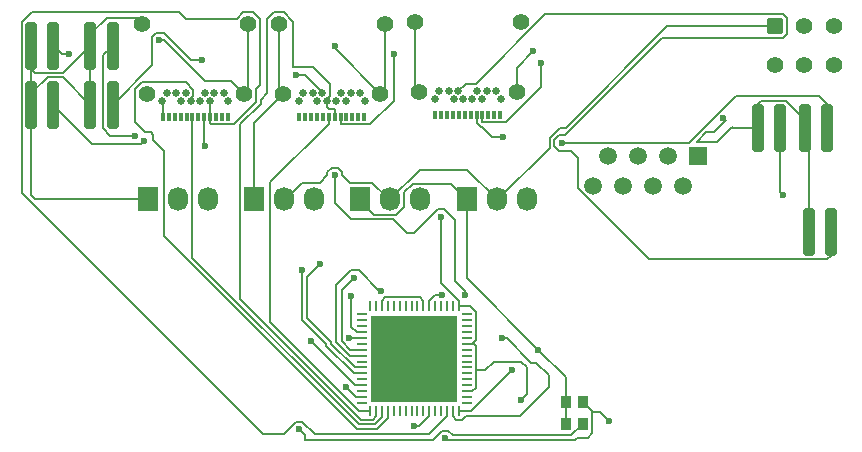
<source format=gbr>
%TF.GenerationSoftware,KiCad,Pcbnew,9.0.2*%
%TF.CreationDate,2025-06-16T16:29:30-05:00*%
%TF.ProjectId,main,6d61696e-2e6b-4696-9361-645f70636258,rev?*%
%TF.SameCoordinates,Original*%
%TF.FileFunction,Copper,L1,Top*%
%TF.FilePolarity,Positive*%
%FSLAX46Y46*%
G04 Gerber Fmt 4.6, Leading zero omitted, Abs format (unit mm)*
G04 Created by KiCad (PCBNEW 9.0.2) date 2025-06-16 16:29:30*
%MOMM*%
%LPD*%
G01*
G04 APERTURE LIST*
G04 Aperture macros list*
%AMRoundRect*
0 Rectangle with rounded corners*
0 $1 Rounding radius*
0 $2 $3 $4 $5 $6 $7 $8 $9 X,Y pos of 4 corners*
0 Add a 4 corners polygon primitive as box body*
4,1,4,$2,$3,$4,$5,$6,$7,$8,$9,$2,$3,0*
0 Add four circle primitives for the rounded corners*
1,1,$1+$1,$2,$3*
1,1,$1+$1,$4,$5*
1,1,$1+$1,$6,$7*
1,1,$1+$1,$8,$9*
0 Add four rect primitives between the rounded corners*
20,1,$1+$1,$2,$3,$4,$5,0*
20,1,$1+$1,$4,$5,$6,$7,0*
20,1,$1+$1,$6,$7,$8,$9,0*
20,1,$1+$1,$8,$9,$2,$3,0*%
G04 Aperture macros list end*
%TA.AperFunction,SMDPad,CuDef*%
%ADD10RoundRect,0.250000X-0.262500X-1.775000X0.262500X-1.775000X0.262500X1.775000X-0.262500X1.775000X0*%
%TD*%
%TA.AperFunction,SMDPad,CuDef*%
%ADD11R,0.300000X0.700000*%
%TD*%
%TA.AperFunction,HeatsinkPad*%
%ADD12C,0.650000*%
%TD*%
%TA.AperFunction,HeatsinkPad*%
%ADD13C,1.400000*%
%TD*%
%TA.AperFunction,ComponentPad*%
%ADD14R,1.730000X2.030000*%
%TD*%
%TA.AperFunction,ComponentPad*%
%ADD15O,1.730000X2.030000*%
%TD*%
%TA.AperFunction,SMDPad,CuDef*%
%ADD16R,0.950000X1.050000*%
%TD*%
%TA.AperFunction,ComponentPad*%
%ADD17R,1.500000X1.500000*%
%TD*%
%TA.AperFunction,ComponentPad*%
%ADD18C,1.500000*%
%TD*%
%TA.AperFunction,SMDPad,CuDef*%
%ADD19RoundRect,0.062500X0.062500X-0.375000X0.062500X0.375000X-0.062500X0.375000X-0.062500X-0.375000X0*%
%TD*%
%TA.AperFunction,SMDPad,CuDef*%
%ADD20RoundRect,0.062500X0.375000X-0.062500X0.375000X0.062500X-0.375000X0.062500X-0.375000X-0.062500X0*%
%TD*%
%TA.AperFunction,HeatsinkPad*%
%ADD21R,7.300000X7.300000*%
%TD*%
%TA.AperFunction,ComponentPad*%
%ADD22RoundRect,0.250000X-0.450000X-0.450000X0.450000X-0.450000X0.450000X0.450000X-0.450000X0.450000X0*%
%TD*%
%TA.AperFunction,ComponentPad*%
%ADD23C,1.400000*%
%TD*%
%TA.AperFunction,ViaPad*%
%ADD24C,0.600000*%
%TD*%
%TA.AperFunction,Conductor*%
%ADD25C,0.200000*%
%TD*%
G04 APERTURE END LIST*
D10*
%TO.P,R6,1*%
%TO.N,gnd*%
X176875000Y-71750000D03*
%TO.P,R6,2*%
%TO.N,Net-(J1-CC2)*%
X178750000Y-71750000D03*
%TD*%
D11*
%TO.P,J1,A1,GND*%
%TO.N,gnd*%
X150760000Y-61860000D03*
%TO.P,J1,A2,TX1+*%
%TO.N,unconnected-(J1-TX1+-PadA2)*%
X150260000Y-61860000D03*
%TO.P,J1,A3,TX1-*%
%TO.N,unconnected-(J1-TX1--PadA3)*%
X149760000Y-61860000D03*
%TO.P,J1,A4,VBUS*%
%TO.N,VBUSUP*%
X149260000Y-61860000D03*
%TO.P,J1,A5,CC1*%
%TO.N,Net-(J1-CC1)*%
X148760000Y-61860000D03*
%TO.P,J1,A6,D+*%
%TO.N,D+UP*%
X148260000Y-61860000D03*
%TO.P,J1,A7,D-*%
%TO.N,D-UP*%
X147760000Y-61860000D03*
%TO.P,J1,A8,SBU1*%
%TO.N,unconnected-(J1-SBU1-PadA8)*%
X147260000Y-61860000D03*
%TO.P,J1,A9,VBUS*%
%TO.N,VBUSUP*%
X146760000Y-61860000D03*
%TO.P,J1,A10,RX2-*%
%TO.N,unconnected-(J1-RX2--PadA10)*%
X146260000Y-61860000D03*
%TO.P,J1,A11,RX2+*%
%TO.N,unconnected-(J1-RX2+-PadA11)*%
X145760000Y-61860000D03*
%TO.P,J1,A12,GND*%
%TO.N,gnd*%
X145260000Y-61860000D03*
D12*
%TO.P,J1,B1,GND*%
X145210000Y-60550000D03*
%TO.P,J1,B2,TX2+*%
%TO.N,unconnected-(J1-TX2+-PadB2)*%
X145610000Y-59850000D03*
%TO.P,J1,B3,TX2-*%
%TO.N,unconnected-(J1-TX2--PadB3)*%
X146410000Y-59850000D03*
%TO.P,J1,B4,VBUS*%
%TO.N,VBUSUP*%
X146810000Y-60550000D03*
%TO.P,J1,B5,CC2*%
%TO.N,Net-(J1-CC2)*%
X147210000Y-59850000D03*
%TO.P,J1,B6,D+*%
%TO.N,D+UP*%
X147610000Y-60550000D03*
%TO.P,J1,B7,D-*%
%TO.N,D-UP*%
X148410000Y-60550000D03*
%TO.P,J1,B8,SBU2*%
%TO.N,unconnected-(J1-SBU2-PadB8)*%
X148810000Y-59850000D03*
%TO.P,J1,B9,VBUS*%
%TO.N,VBUSUP*%
X149210000Y-60550000D03*
%TO.P,J1,B10,RX1-*%
%TO.N,unconnected-(J1-RX1--PadB10)*%
X149610000Y-59850000D03*
%TO.P,J1,B11,RX1+*%
%TO.N,unconnected-(J1-RX1+-PadB11)*%
X150410000Y-59850000D03*
%TO.P,J1,B12,GND*%
%TO.N,gnd*%
X150810000Y-60550000D03*
D13*
%TO.P,J1,S1,SHIELD*%
X152500000Y-54000000D03*
X152140000Y-59950000D03*
X143880000Y-59950000D03*
X143520000Y-54000000D03*
%TD*%
D10*
%TO.P,R2,1*%
%TO.N,gnd*%
X111062500Y-56000000D03*
%TO.P,R2,2*%
%TO.N,Net-(J4-CC2)*%
X112937500Y-56000000D03*
%TD*%
D14*
%TO.P,M4,1,-*%
%TO.N,gnd*%
X120920000Y-69000000D03*
D15*
%TO.P,M4,2,+*%
%TO.N,Net-(M1-+)*%
X123460000Y-69000000D03*
%TO.P,M4,3,Tacho*%
%TO.N,unconnected-(M4-Tacho-Pad3)*%
X126000000Y-69000000D03*
%TD*%
D14*
%TO.P,M1,1,-*%
%TO.N,gnd*%
X147920000Y-69000000D03*
D15*
%TO.P,M1,2,+*%
%TO.N,Net-(M1-+)*%
X150460000Y-69000000D03*
%TO.P,M1,3,Tacho*%
%TO.N,unconnected-(M1-Tacho-Pad3)*%
X153000000Y-69000000D03*
%TD*%
D16*
%TO.P,Y2,1,INH*%
%TO.N,gnd*%
X156300000Y-86150000D03*
%TO.P,Y2,2,GND*%
X156300000Y-88000000D03*
%TO.P,Y2,3,CLK*%
%TO.N,Net-(U2A-XI)*%
X157750000Y-88000000D03*
%TO.P,Y2,4,VCC*%
%TO.N,VBUSUP*%
X157750000Y-86150000D03*
%TD*%
D10*
%TO.P,R7,1*%
%TO.N,gnd*%
X176562500Y-63000000D03*
%TO.P,R7,2*%
%TO.N,Net-(J1-CC1)*%
X178437500Y-63000000D03*
%TD*%
D17*
%TO.P,J2,1*%
%TO.N,Net-(U2B-TXP)*%
X167532500Y-65350000D03*
D18*
%TO.P,J2,2*%
%TO.N,Net-(U2B-TXN)*%
X166262500Y-67890000D03*
%TO.P,J2,3*%
%TO.N,Net-(U2B-RXP)*%
X164992500Y-65350000D03*
%TO.P,J2,4*%
%TO.N,unconnected-(J2-Pad4)*%
X163722500Y-67890000D03*
%TO.P,J2,5*%
%TO.N,unconnected-(J2-Pad5)*%
X162452500Y-65350000D03*
%TO.P,J2,6*%
%TO.N,Net-(U2B-RXN)*%
X161182500Y-67890000D03*
%TO.P,J2,7*%
%TO.N,unconnected-(J2-Pad7)*%
X159912500Y-65350000D03*
%TO.P,J2,8*%
%TO.N,unconnected-(J2-Pad8)*%
X158642500Y-67890000D03*
%TD*%
D19*
%TO.P,U2,1,USBDM2*%
%TO.N,D-DOWN1*%
X139750000Y-86937500D03*
%TO.P,U2,2,USBDP2*%
%TO.N,D+DOWN1*%
X140250000Y-86937500D03*
%TO.P,U2,3,USBDM3*%
%TO.N,D-DOWN2*%
X140750000Y-86937500D03*
%TO.P,U2,4,USBDP3*%
%TO.N,D+DOWN2*%
X141250000Y-86937500D03*
%TO.P,U2,5,VDD33A*%
%TO.N,Net-(U2A-VDD33A-Pad10)*%
X141750000Y-86937500D03*
%TO.P,U2,6,NC*%
%TO.N,unconnected-(U2B-NC-Pad6)*%
X142250000Y-86937500D03*
%TO.P,U2,7,NC*%
%TO.N,unconnected-(U2B-NC-Pad7)*%
X142750000Y-86937500D03*
%TO.P,U2,8,NC*%
%TO.N,unconnected-(U2B-NC-Pad8)*%
X143250000Y-86937500D03*
%TO.P,U2,9,NC*%
%TO.N,unconnected-(U2B-NC-Pad9)*%
X143750000Y-86937500D03*
%TO.P,U2,10,VDD33A*%
%TO.N,Net-(U2A-VDD33A-Pad10)*%
X144250000Y-86937500D03*
%TO.P,U2,11,VBUS_DET*%
%TO.N,VBUSUP*%
X144750000Y-86937500D03*
%TO.P,U2,12,~{RESET}*%
%TO.N,unconnected-(U2A-~{RESET}-Pad12)*%
X145250000Y-86937500D03*
%TO.P,U2,13,TEST1*%
%TO.N,unconnected-(U2A-TEST1-Pad13)*%
X145750000Y-86937500D03*
%TO.P,U2,14,PRTCTL2*%
%TO.N,Net-(U2B-PRTCTL2)*%
X146250000Y-86937500D03*
%TO.P,U2,15,VDD18CORE*%
%TO.N,Net-(U2A-VDD18CORE-Pad15)*%
X146750000Y-86937500D03*
%TO.P,U2,16,PRTCTL3*%
%TO.N,Net-(U2B-PRTCTL3)*%
X147250000Y-86937500D03*
D20*
%TO.P,U2,17,NC*%
%TO.N,unconnected-(U2B-NC-Pad17)*%
X147937500Y-86250000D03*
%TO.P,U2,18,NC*%
%TO.N,unconnected-(U2B-NC-Pad18)*%
X147937500Y-85750000D03*
%TO.P,U2,19,VDD33IO*%
%TO.N,VBUSUP*%
X147937500Y-85250000D03*
%TO.P,U2,20,~{FDX_LED}/GPIO0*%
%TO.N,unconnected-(U2A-~{FDX_LED}{slash}GPIO0-Pad20)*%
X147937500Y-84750000D03*
%TO.P,U2,21,~{LNKA_LED}/GPIO1*%
%TO.N,unconnected-(U2A-~{LNKA_LED}{slash}GPIO1-Pad21)*%
X147937500Y-84250000D03*
%TO.P,U2,22,~{SPD_LED}/GPIO2*%
%TO.N,unconnected-(U2A-~{SPD_LED}{slash}GPIO2-Pad22)*%
X147937500Y-83750000D03*
%TO.P,U2,23,EECLK*%
%TO.N,unconnected-(U2A-EECLK-Pad23)*%
X147937500Y-83250000D03*
%TO.P,U2,24,EECS*%
%TO.N,unconnected-(U2A-EECS-Pad24)*%
X147937500Y-82750000D03*
%TO.P,U2,25,EEDO*%
%TO.N,unconnected-(U2A-EEDO-Pad25)*%
X147937500Y-82250000D03*
%TO.P,U2,26,EEDI*%
%TO.N,unconnected-(U2A-EEDI-Pad26)*%
X147937500Y-81750000D03*
%TO.P,U2,27,VDD33IO*%
%TO.N,VBUSUP*%
X147937500Y-81250000D03*
%TO.P,U2,28,~{TRST}*%
%TO.N,unconnected-(U2A-~{TRST}-Pad28)*%
X147937500Y-80750000D03*
%TO.P,U2,29,TMS*%
%TO.N,unconnected-(U2A-TMS-Pad29)*%
X147937500Y-80250000D03*
%TO.P,U2,30,TDI*%
%TO.N,unconnected-(U2A-TDI-Pad30)*%
X147937500Y-79750000D03*
%TO.P,U2,31,TDO*%
%TO.N,unconnected-(U2A-TDO-Pad31)*%
X147937500Y-79250000D03*
%TO.P,U2,32,TCK*%
%TO.N,unconnected-(U2A-TCK-Pad32)*%
X147937500Y-78750000D03*
D19*
%TO.P,U2,33,VDD33IO*%
%TO.N,VBUSUP*%
X147250000Y-78062500D03*
%TO.P,U2,34,TEST2*%
%TO.N,unconnected-(U2A-TEST2-Pad34)*%
X146750000Y-78062500D03*
%TO.P,U2,35,GPIO3*%
%TO.N,unconnected-(U2A-GPIO3-Pad35)*%
X146250000Y-78062500D03*
%TO.P,U2,36,GPIO4*%
%TO.N,unconnected-(U2A-GPIO4-Pad36)*%
X145750000Y-78062500D03*
%TO.P,U2,37,GPIO5*%
%TO.N,unconnected-(U2A-GPIO5-Pad37)*%
X145250000Y-78062500D03*
%TO.P,U2,38,VDD18CORE*%
%TO.N,Net-(U2A-VDD18CORE-Pad15)*%
X144750000Y-78062500D03*
%TO.P,U2,39,VDD33IO*%
%TO.N,VBUSUP*%
X144250000Y-78062500D03*
%TO.P,U2,40,TEST3*%
%TO.N,unconnected-(U2A-TEST3-Pad40)*%
X143750000Y-78062500D03*
%TO.P,U2,41,AUTOMDIX_EN*%
%TO.N,unconnected-(U2B-AUTOMDIX_EN-Pad41)*%
X143250000Y-78062500D03*
%TO.P,U2,42,GPIO6*%
%TO.N,unconnected-(U2A-GPIO6-Pad42)*%
X142750000Y-78062500D03*
%TO.P,U2,43,GPIO7*%
%TO.N,unconnected-(U2A-GPIO7-Pad43)*%
X142250000Y-78062500D03*
%TO.P,U2,44,CLK24_EN*%
%TO.N,unconnected-(U2A-CLK24_EN-Pad44)*%
X141750000Y-78062500D03*
%TO.P,U2,45,CLK24_OUT*%
%TO.N,unconnected-(U2A-CLK24_OUT-Pad45)*%
X141250000Y-78062500D03*
%TO.P,U2,46,VDD33IO*%
%TO.N,VBUSUP*%
X140750000Y-78062500D03*
%TO.P,U2,47,TEST4*%
%TO.N,unconnected-(U2A-TEST4-Pad47)*%
X140250000Y-78062500D03*
%TO.P,U2,48,VDD18ETHPLL*%
%TO.N,unconnected-(U2A-VDD18ETHPLL-Pad48)*%
X139750000Y-78062500D03*
D20*
%TO.P,U2,49,VDD33A*%
%TO.N,Net-(U2A-VDD33A-Pad10)*%
X139062500Y-78750000D03*
%TO.P,U2,50,EXRES*%
%TO.N,unconnected-(U2B-EXRES-Pad50)*%
X139062500Y-79250000D03*
%TO.P,U2,51,VDD33A*%
%TO.N,Net-(U2A-VDD33A-Pad10)*%
X139062500Y-79750000D03*
%TO.P,U2,52,RXP*%
%TO.N,Net-(U2B-RXP)*%
X139062500Y-80250000D03*
%TO.P,U2,53,RXN*%
%TO.N,Net-(U2B-RXN)*%
X139062500Y-80750000D03*
%TO.P,U2,54,VDD33A*%
%TO.N,Net-(U2A-VDD33A-Pad10)*%
X139062500Y-81250000D03*
%TO.P,U2,55,TXP*%
%TO.N,Net-(U2B-TXP)*%
X139062500Y-81750000D03*
%TO.P,U2,56,TXN*%
%TO.N,Net-(U2B-TXN)*%
X139062500Y-82250000D03*
%TO.P,U2,57,VDD33A*%
%TO.N,Net-(U2A-VDD33A-Pad10)*%
X139062500Y-82750000D03*
%TO.P,U2,58,USBDM0*%
%TO.N,D-UP*%
X139062500Y-83250000D03*
%TO.P,U2,59,USBDP0*%
%TO.N,D+UP*%
X139062500Y-83750000D03*
%TO.P,U2,60,XO*%
%TO.N,unconnected-(U2A-XO-Pad60)*%
X139062500Y-84250000D03*
%TO.P,U2,61,XI*%
%TO.N,Net-(U2A-XI)*%
X139062500Y-84750000D03*
%TO.P,U2,62,VDD18USBPLL*%
%TO.N,unconnected-(U2A-VDD18USBPLL-Pad62)*%
X139062500Y-85250000D03*
%TO.P,U2,63,USBRBIAS*%
%TO.N,Net-(U2B-USBRBIAS)*%
X139062500Y-85750000D03*
%TO.P,U2,64,VDD33A*%
%TO.N,Net-(U2A-VDD33A-Pad10)*%
X139062500Y-86250000D03*
D21*
%TO.P,U2,65,GND*%
%TO.N,gnd*%
X143500000Y-82500000D03*
%TD*%
D10*
%TO.P,R4,1*%
%TO.N,gnd*%
X116062500Y-56000000D03*
%TO.P,R4,2*%
%TO.N,Net-(J3-CC1)*%
X117937500Y-56000000D03*
%TD*%
D22*
%TO.P,SW1,1,A*%
%TO.N,Net-(M1-+)*%
X174000000Y-54357500D03*
D23*
%TO.P,SW1,2,B*%
%TO.N,VBUSUP*%
X176500000Y-54357500D03*
%TO.P,SW1,3,C*%
X179000000Y-54357500D03*
%TO.P,SW1,4*%
%TO.N,N/C*%
X179000000Y-57657500D03*
%TO.P,SW1,5*%
X176500000Y-57657500D03*
%TO.P,SW1,6*%
X174000000Y-57657500D03*
%TD*%
D11*
%TO.P,J3,A1,GND*%
%TO.N,gnd*%
X127700000Y-62010000D03*
%TO.P,J3,A2,TX1+*%
%TO.N,unconnected-(J3-TX1+-PadA2)*%
X127200000Y-62010000D03*
%TO.P,J3,A3,TX1-*%
%TO.N,unconnected-(J3-TX1--PadA3)*%
X126700000Y-62010000D03*
%TO.P,J3,A4,VBUS*%
%TO.N,Net-(U2B-PRTCTL2)*%
X126200000Y-62010000D03*
%TO.P,J3,A5,CC1*%
%TO.N,Net-(J3-CC1)*%
X125700000Y-62010000D03*
%TO.P,J3,A6,D+*%
%TO.N,D+DOWN2*%
X125200000Y-62010000D03*
%TO.P,J3,A7,D-*%
%TO.N,D-DOWN2*%
X124700000Y-62010000D03*
%TO.P,J3,A8,SBU1*%
%TO.N,unconnected-(J3-SBU1-PadA8)*%
X124200000Y-62010000D03*
%TO.P,J3,A9,VBUS*%
%TO.N,Net-(U2B-PRTCTL2)*%
X123700000Y-62010000D03*
%TO.P,J3,A10,RX2-*%
%TO.N,unconnected-(J3-RX2--PadA10)*%
X123200000Y-62010000D03*
%TO.P,J3,A11,RX2+*%
%TO.N,unconnected-(J3-RX2+-PadA11)*%
X122700000Y-62010000D03*
%TO.P,J3,A12,GND*%
%TO.N,gnd*%
X122200000Y-62010000D03*
D12*
%TO.P,J3,B1,GND*%
X122150000Y-60700000D03*
%TO.P,J3,B2,TX2+*%
%TO.N,unconnected-(J3-TX2+-PadB2)*%
X122550000Y-60000000D03*
%TO.P,J3,B3,TX2-*%
%TO.N,unconnected-(J3-TX2--PadB3)*%
X123350000Y-60000000D03*
%TO.P,J3,B4,VBUS*%
%TO.N,Net-(U2B-PRTCTL2)*%
X123750000Y-60700000D03*
%TO.P,J3,B5,CC2*%
%TO.N,Net-(J3-CC2)*%
X124150000Y-60000000D03*
%TO.P,J3,B6,D+*%
%TO.N,D+DOWN2*%
X124550000Y-60700000D03*
%TO.P,J3,B7,D-*%
%TO.N,D-DOWN2*%
X125350000Y-60700000D03*
%TO.P,J3,B8,SBU2*%
%TO.N,unconnected-(J3-SBU2-PadB8)*%
X125750000Y-60000000D03*
%TO.P,J3,B9,VBUS*%
%TO.N,Net-(U2B-PRTCTL2)*%
X126150000Y-60700000D03*
%TO.P,J3,B10,RX1-*%
%TO.N,unconnected-(J3-RX1--PadB10)*%
X126550000Y-60000000D03*
%TO.P,J3,B11,RX1+*%
%TO.N,unconnected-(J3-RX1+-PadB11)*%
X127350000Y-60000000D03*
%TO.P,J3,B12,GND*%
%TO.N,gnd*%
X127750000Y-60700000D03*
D13*
%TO.P,J3,S1,SHIELD*%
X129440000Y-54150000D03*
X129080000Y-60100000D03*
X120820000Y-60100000D03*
X120460000Y-54150000D03*
%TD*%
D10*
%TO.P,R1,1*%
%TO.N,gnd*%
X111062500Y-61000000D03*
%TO.P,R1,2*%
%TO.N,Net-(J3-CC2)*%
X112937500Y-61000000D03*
%TD*%
D11*
%TO.P,J4,A1,GND*%
%TO.N,gnd*%
X139240000Y-62020000D03*
%TO.P,J4,A2,TX1+*%
%TO.N,unconnected-(J4-TX1+-PadA2)*%
X138740000Y-62020000D03*
%TO.P,J4,A3,TX1-*%
%TO.N,unconnected-(J4-TX1--PadA3)*%
X138240000Y-62020000D03*
%TO.P,J4,A4,VBUS*%
%TO.N,Net-(U2B-PRTCTL3)*%
X137740000Y-62020000D03*
%TO.P,J4,A5,CC1*%
%TO.N,Net-(J4-CC1)*%
X137240000Y-62020000D03*
%TO.P,J4,A6,D+*%
%TO.N,D+DOWN1*%
X136740000Y-62020000D03*
%TO.P,J4,A7,D-*%
%TO.N,D-DOWN1*%
X136240000Y-62020000D03*
%TO.P,J4,A8,SBU1*%
%TO.N,unconnected-(J4-SBU1-PadA8)*%
X135740000Y-62020000D03*
%TO.P,J4,A9,VBUS*%
%TO.N,Net-(U2B-PRTCTL3)*%
X135240000Y-62020000D03*
%TO.P,J4,A10,RX2-*%
%TO.N,unconnected-(J4-RX2--PadA10)*%
X134740000Y-62020000D03*
%TO.P,J4,A11,RX2+*%
%TO.N,unconnected-(J4-RX2+-PadA11)*%
X134240000Y-62020000D03*
%TO.P,J4,A12,GND*%
%TO.N,gnd*%
X133740000Y-62020000D03*
D12*
%TO.P,J4,B1,GND*%
X133690000Y-60710000D03*
%TO.P,J4,B2,TX2+*%
%TO.N,unconnected-(J4-TX2+-PadB2)*%
X134090000Y-60010000D03*
%TO.P,J4,B3,TX2-*%
%TO.N,unconnected-(J4-TX2--PadB3)*%
X134890000Y-60010000D03*
%TO.P,J4,B4,VBUS*%
%TO.N,Net-(U2B-PRTCTL3)*%
X135290000Y-60710000D03*
%TO.P,J4,B5,CC2*%
%TO.N,Net-(J4-CC2)*%
X135690000Y-60010000D03*
%TO.P,J4,B6,D+*%
%TO.N,D+DOWN1*%
X136090000Y-60710000D03*
%TO.P,J4,B7,D-*%
%TO.N,D-DOWN1*%
X136890000Y-60710000D03*
%TO.P,J4,B8,SBU2*%
%TO.N,unconnected-(J4-SBU2-PadB8)*%
X137290000Y-60010000D03*
%TO.P,J4,B9,VBUS*%
%TO.N,Net-(U2B-PRTCTL3)*%
X137690000Y-60710000D03*
%TO.P,J4,B10,RX1-*%
%TO.N,unconnected-(J4-RX1--PadB10)*%
X138090000Y-60010000D03*
%TO.P,J4,B11,RX1+*%
%TO.N,unconnected-(J4-RX1+-PadB11)*%
X138890000Y-60010000D03*
%TO.P,J4,B12,GND*%
%TO.N,gnd*%
X139290000Y-60710000D03*
D13*
%TO.P,J4,S1,SHIELD*%
X140980000Y-54160000D03*
X140620000Y-60110000D03*
X132360000Y-60110000D03*
X132000000Y-54160000D03*
%TD*%
D10*
%TO.P,R5,1*%
%TO.N,gnd*%
X172562500Y-63000000D03*
%TO.P,R5,2*%
%TO.N,Net-(U2B-USBRBIAS)*%
X174437500Y-63000000D03*
%TD*%
D14*
%TO.P,M2,1,-*%
%TO.N,gnd*%
X138920000Y-69000000D03*
D15*
%TO.P,M2,2,+*%
%TO.N,Net-(M1-+)*%
X141460000Y-69000000D03*
%TO.P,M2,3,Tacho*%
%TO.N,unconnected-(M2-Tacho-Pad3)*%
X144000000Y-69000000D03*
%TD*%
D10*
%TO.P,R3,1*%
%TO.N,gnd*%
X116062500Y-61000000D03*
%TO.P,R3,2*%
%TO.N,Net-(J4-CC1)*%
X117937500Y-61000000D03*
%TD*%
D14*
%TO.P,M3,1,-*%
%TO.N,gnd*%
X129920000Y-69000000D03*
D15*
%TO.P,M3,2,+*%
%TO.N,Net-(M1-+)*%
X132460000Y-69000000D03*
%TO.P,M3,3,Tacho*%
%TO.N,unconnected-(M3-Tacho-Pad3)*%
X135000000Y-69000000D03*
%TD*%
D24*
%TO.N,VBUSUP*%
X160000000Y-87750000D03*
X152500000Y-86000000D03*
%TO.N,Net-(U2A-XI)*%
X134750000Y-81000000D03*
X133750000Y-88500000D03*
%TO.N,Net-(J1-CC1)*%
X156000000Y-64250000D03*
X151000000Y-63750000D03*
%TO.N,gnd*%
X136750000Y-56000000D03*
X121899736Y-55549654D03*
X153500000Y-56500000D03*
X154000000Y-81750000D03*
X143500000Y-82500000D03*
X169659800Y-62159800D03*
%TO.N,D+UP*%
X134000000Y-75000000D03*
%TO.N,D-UP*%
X135500000Y-74500000D03*
%TO.N,VBUSUP*%
X145750000Y-70500000D03*
X143500000Y-88250000D03*
X146082171Y-89200000D03*
X154250000Y-57500000D03*
%TO.N,Net-(U2B-TXP)*%
X138395966Y-75684794D03*
%TO.N,Net-(U2B-RXN)*%
X138000000Y-80750000D03*
%TO.N,Net-(U2B-RXP)*%
X138146091Y-77186664D03*
%TO.N,Net-(U2B-TXN)*%
X140696038Y-76769501D03*
%TO.N,Net-(J3-CC2)*%
X120588028Y-64046971D03*
%TO.N,Net-(J3-CC1)*%
X119838105Y-63646821D03*
X125750000Y-64500000D03*
%TO.N,Net-(U2B-PRTCTL3)*%
X147750000Y-77150000D03*
X151750000Y-83500000D03*
X136750000Y-67000000D03*
%TO.N,Net-(J4-CC1)*%
X125500000Y-57250000D03*
X141750000Y-56750000D03*
%TO.N,Net-(J4-CC2)*%
X133500000Y-58500000D03*
X114250000Y-56750000D03*
%TO.N,Net-(U2B-USBRBIAS)*%
X137721833Y-84891073D03*
X174670960Y-68670960D03*
%TO.N,Net-(U2A-VDD18CORE-Pad15)*%
X150939625Y-80798698D03*
X145838418Y-77116859D03*
%TD*%
D25*
%TO.N,VBUSUP*%
X148203298Y-78062500D02*
X147250000Y-78062500D01*
X148676000Y-78535202D02*
X148203298Y-78062500D01*
X148676000Y-80964798D02*
X148676000Y-78535202D01*
X148390798Y-81250000D02*
X148676000Y-80964798D01*
X147937500Y-81250000D02*
X148390798Y-81250000D01*
X159250000Y-87000000D02*
X158526000Y-87000000D01*
X160000000Y-87750000D02*
X159250000Y-87000000D01*
X158526000Y-87000000D02*
X158526000Y-88826000D01*
X153000000Y-83250000D02*
X153000000Y-85500000D01*
X152500000Y-82750000D02*
X153000000Y-83250000D01*
X148676000Y-83500000D02*
X148676000Y-84964798D01*
X148676000Y-83500000D02*
X149500000Y-83500000D01*
X150250000Y-82750000D02*
X152500000Y-82750000D01*
X149500000Y-83500000D02*
X150250000Y-82750000D01*
X153000000Y-85500000D02*
X152500000Y-86000000D01*
%TO.N,Net-(U2A-XI)*%
X138500000Y-84750000D02*
X139062500Y-84750000D01*
X134750000Y-81000000D02*
X138500000Y-84750000D01*
%TO.N,Net-(U2B-USBRBIAS)*%
X139062500Y-85750000D02*
X138580760Y-85750000D01*
%TO.N,D+DOWN2*%
X124550000Y-60485298D02*
X124550000Y-60700000D01*
X124776000Y-60259298D02*
X124550000Y-60485298D01*
X120405372Y-59099000D02*
X124134298Y-59099000D01*
X119819000Y-59685372D02*
X120405372Y-59099000D01*
X119819000Y-62441000D02*
X119819000Y-59685372D01*
X120728000Y-63350000D02*
X119819000Y-62441000D01*
X121165686Y-63350000D02*
X120728000Y-63350000D01*
X121400000Y-63584314D02*
X121165686Y-63350000D01*
X121400000Y-64022000D02*
X121400000Y-63584314D01*
X124134298Y-59099000D02*
X124776000Y-59740702D01*
X122294000Y-64916000D02*
X121400000Y-64022000D01*
X122294000Y-72133268D02*
X122294000Y-64916000D01*
X141250000Y-87524998D02*
X140299000Y-88475998D01*
X141250000Y-86937500D02*
X141250000Y-87524998D01*
%TO.N,D-DOWN2*%
X124700000Y-73972168D02*
X124700000Y-62010000D01*
X138803830Y-88075998D02*
X124700000Y-73972168D01*
X140750000Y-86937500D02*
X140750000Y-87457898D01*
%TO.N,D+DOWN1*%
X136090000Y-60495298D02*
X136090000Y-60710000D01*
X136316000Y-59250314D02*
X136316000Y-60269298D01*
X134915686Y-57850000D02*
X136316000Y-59250314D01*
X133230761Y-53975133D02*
X133230761Y-57850000D01*
X131585372Y-53159000D02*
X132414628Y-53159000D01*
X130999000Y-53745372D02*
X131585372Y-53159000D01*
X130999000Y-60055372D02*
X130999000Y-53745372D01*
X130481000Y-60573372D02*
X130999000Y-60055372D01*
X128754000Y-62667694D02*
X130481000Y-60940693D01*
X128754000Y-77460482D02*
X128754000Y-62667694D01*
X139964800Y-87675998D02*
X138969516Y-87675998D01*
X140250000Y-87390798D02*
X139964800Y-87675998D01*
X140250000Y-86937500D02*
X140250000Y-87390798D01*
%TO.N,D-DOWN1*%
X136240000Y-62622000D02*
X136240000Y-62020000D01*
X131294000Y-67568000D02*
X136240000Y-62622000D01*
X131294000Y-79434796D02*
X131294000Y-67568000D01*
X138796704Y-86937500D02*
X131294000Y-79434796D01*
X139750000Y-86937500D02*
X138796704Y-86937500D01*
%TO.N,D+DOWN1*%
X130481000Y-60940693D02*
X130481000Y-60573372D01*
%TO.N,D-DOWN2*%
X140131900Y-88075998D02*
X138803830Y-88075998D01*
X140750000Y-87457898D02*
X140131900Y-88075998D01*
%TO.N,Net-(U2A-XI)*%
X134250000Y-89399000D02*
X134250000Y-89000000D01*
%TO.N,Net-(U2B-PRTCTL2)*%
X126249000Y-62661000D02*
X126150000Y-62562000D01*
X126150000Y-62562000D02*
X126150000Y-60700000D01*
X130081000Y-60775008D02*
X128195008Y-62661000D01*
X129025372Y-53149000D02*
X129854628Y-53149000D01*
X128439000Y-53735372D02*
X129025372Y-53149000D01*
X123544628Y-53149000D02*
X124131000Y-53735372D01*
X110249000Y-68441100D02*
X110249000Y-53989840D01*
X130683898Y-88875998D02*
X110249000Y-68441100D01*
X133480761Y-87850000D02*
X132454763Y-88875998D01*
X134019239Y-87850000D02*
X133480761Y-87850000D01*
X135045237Y-88875998D02*
X134019239Y-87850000D01*
X146250000Y-86937500D02*
X146250000Y-87390798D01*
%TO.N,D+DOWN1*%
X132414628Y-53159000D02*
X133230761Y-53975133D01*
%TO.N,Net-(U2A-XI)*%
X134250000Y-89000000D02*
X133750000Y-88500000D01*
%TO.N,Net-(U2B-PRTCTL2)*%
X130441000Y-59325372D02*
X130081000Y-59685372D01*
%TO.N,D+DOWN1*%
X136316000Y-60269298D02*
X136090000Y-60495298D01*
%TO.N,Net-(U2B-PRTCTL2)*%
X130081000Y-59685372D02*
X130081000Y-60775008D01*
X144764800Y-88875998D02*
X135045237Y-88875998D01*
X110249000Y-53989840D02*
X111089840Y-53149000D01*
%TO.N,Net-(U2A-XI)*%
X145033228Y-89399000D02*
X134250000Y-89399000D01*
%TO.N,D+DOWN1*%
X138969516Y-87675998D02*
X128754000Y-77460482D01*
%TO.N,Net-(U2A-XI)*%
X146331114Y-88599000D02*
X145833228Y-88599000D01*
X146731114Y-88999000D02*
X146331114Y-88599000D01*
%TO.N,Net-(U2B-PRTCTL2)*%
X130441000Y-53735372D02*
X130441000Y-59325372D01*
%TO.N,VBUSUP*%
X157267685Y-89200000D02*
X157067685Y-89400000D01*
X158152000Y-89200000D02*
X157267685Y-89200000D01*
%TO.N,D+DOWN2*%
X138636730Y-88475998D02*
X122294000Y-72133268D01*
%TO.N,Net-(U2A-XI)*%
X157750000Y-88000000D02*
X156751000Y-88999000D01*
%TO.N,VBUSUP*%
X158526000Y-88826000D02*
X158152000Y-89200000D01*
%TO.N,Net-(U2B-PRTCTL2)*%
X132454763Y-88875998D02*
X130683898Y-88875998D01*
%TO.N,VBUSUP*%
X158526000Y-86926000D02*
X158526000Y-87000000D01*
%TO.N,Net-(U2B-PRTCTL2)*%
X111089840Y-53149000D02*
X123544628Y-53149000D01*
X146250000Y-87390798D02*
X144764800Y-88875998D01*
%TO.N,VBUSUP*%
X157750000Y-86150000D02*
X158526000Y-86926000D01*
%TO.N,Net-(U2A-XI)*%
X156751000Y-88999000D02*
X146731114Y-88999000D01*
%TO.N,Net-(U2A-VDD18CORE-Pad15)*%
X151298698Y-80798698D02*
X150939625Y-80798698D01*
%TO.N,VBUSUP*%
X157067685Y-89400000D02*
X146282171Y-89400000D01*
%TO.N,Net-(U2A-VDD18CORE-Pad15)*%
X153350000Y-82850000D02*
X151298698Y-80798698D01*
%TO.N,Net-(U2B-USBRBIAS)*%
X138580760Y-85750000D02*
X137721833Y-84891073D01*
%TO.N,Net-(U2A-VDD18CORE-Pad15)*%
X153769239Y-82850000D02*
X153350000Y-82850000D01*
%TO.N,Net-(U2A-XI)*%
X145833228Y-88599000D02*
X145033228Y-89399000D01*
%TO.N,Net-(U2A-VDD18CORE-Pad15)*%
X154850000Y-84900000D02*
X154850000Y-83930761D01*
%TO.N,Net-(U2B-PRTCTL2)*%
X124131000Y-53735372D02*
X128439000Y-53735372D01*
%TO.N,Net-(U2A-VDD18CORE-Pad15)*%
X154850000Y-83930761D02*
X153769239Y-82850000D01*
%TO.N,D+DOWN2*%
X124776000Y-59740702D02*
X124776000Y-60259298D01*
%TO.N,Net-(U2B-PRTCTL2)*%
X128195008Y-62661000D02*
X126249000Y-62661000D01*
%TO.N,Net-(U2A-VDD18CORE-Pad15)*%
X152400000Y-87350000D02*
X154850000Y-84900000D01*
%TO.N,D+DOWN1*%
X133230761Y-57850000D02*
X134915686Y-57850000D01*
%TO.N,VBUSUP*%
X146282171Y-89400000D02*
X146082171Y-89200000D01*
%TO.N,Net-(U2A-VDD18CORE-Pad15)*%
X147834314Y-87350000D02*
X152400000Y-87350000D01*
X147508314Y-87676000D02*
X147834314Y-87350000D01*
X147035202Y-87676000D02*
X147508314Y-87676000D01*
%TO.N,D+DOWN2*%
X140299000Y-88475998D02*
X138636730Y-88475998D01*
%TO.N,Net-(U2A-VDD18CORE-Pad15)*%
X146750000Y-87390798D02*
X147035202Y-87676000D01*
%TO.N,Net-(U2B-PRTCTL2)*%
X129854628Y-53149000D02*
X130441000Y-53735372D01*
%TO.N,Net-(U2A-VDD18CORE-Pad15)*%
X146750000Y-86937500D02*
X146750000Y-87390798D01*
%TO.N,Net-(J1-CC1)*%
X166719657Y-64250000D02*
X156000000Y-64250000D01*
X150048000Y-63750000D02*
X149209000Y-62911000D01*
X149143314Y-62911000D02*
X148760000Y-62527686D01*
X149209000Y-62911000D02*
X149143314Y-62911000D01*
X178437500Y-63000000D02*
X178437500Y-60975000D01*
X151000000Y-63750000D02*
X150048000Y-63750000D01*
X177735500Y-60273000D02*
X170696657Y-60273000D01*
X170696657Y-60273000D02*
X166719657Y-64250000D01*
X148760000Y-62527686D02*
X148760000Y-61860000D01*
X178437500Y-60975000D02*
X177735500Y-60273000D01*
%TO.N,gnd*%
X129440000Y-54150000D02*
X129440000Y-59740000D01*
X168185343Y-63350000D02*
X168823154Y-63350000D01*
X176562500Y-63000000D02*
X176562500Y-62301340D01*
X132000000Y-54160000D02*
X132000000Y-59750000D01*
X174935160Y-60674000D02*
X172863500Y-60674000D01*
X116062500Y-55051340D02*
X116062500Y-56000000D01*
X168823154Y-63350000D02*
X169836577Y-62336577D01*
X140980000Y-59750000D02*
X140620000Y-60110000D01*
X129080000Y-60100000D02*
X127980000Y-59000000D01*
X129440000Y-59740000D02*
X129080000Y-60100000D01*
X119984000Y-53674000D02*
X117439840Y-53674000D01*
X111363500Y-58326000D02*
X111062500Y-58025000D01*
X127980000Y-59000000D02*
X125750000Y-59000000D01*
X147920000Y-69000000D02*
X147920000Y-75670000D01*
X169154525Y-64150000D02*
X167385343Y-64150000D01*
X111062500Y-61000000D02*
X111062500Y-56000000D01*
X147920000Y-69000000D02*
X146604000Y-67684000D01*
X142626000Y-68399686D02*
X142626000Y-69632973D01*
X132360000Y-60110000D02*
X129920000Y-62550000D01*
X138920000Y-69150000D02*
X138920000Y-69000000D01*
X172863500Y-60674000D02*
X172562500Y-60975000D01*
X120460000Y-54150000D02*
X119984000Y-53674000D01*
X142626000Y-69632973D02*
X141942973Y-70316000D01*
X122299654Y-55549654D02*
X121899736Y-55549654D01*
X146604000Y-67684000D02*
X143341686Y-67684000D01*
X111062500Y-68687500D02*
X111375000Y-69000000D01*
X122200000Y-60750000D02*
X122150000Y-60700000D01*
X170402263Y-62902263D02*
X169154525Y-64150000D01*
X113736500Y-58326000D02*
X111363500Y-58326000D01*
X117439840Y-53674000D02*
X116062500Y-55051340D01*
X156300000Y-88000000D02*
X156300000Y-86150000D01*
X176562500Y-62301340D02*
X174935160Y-60674000D01*
X152140000Y-59950000D02*
X152140000Y-57860000D01*
X140620000Y-60110000D02*
X136750000Y-56240000D01*
X116062500Y-61000000D02*
X116062500Y-56000000D01*
X122200000Y-62010000D02*
X122200000Y-60750000D01*
X170500000Y-63000000D02*
X170402263Y-62902263D01*
X147920000Y-75670000D02*
X154000000Y-81750000D01*
X129920000Y-62550000D02*
X129920000Y-69000000D01*
X156300000Y-84050000D02*
X154000000Y-81750000D01*
X140086000Y-70316000D02*
X138920000Y-69150000D01*
X167385343Y-64150000D02*
X168185343Y-63350000D01*
X125750000Y-59000000D02*
X122299654Y-55549654D01*
X112439840Y-58674000D02*
X113736500Y-58674000D01*
X116062500Y-56000000D02*
X113736500Y-58326000D01*
X143520000Y-59590000D02*
X143880000Y-59950000D01*
X176875000Y-63312500D02*
X176562500Y-63000000D01*
X143520000Y-54000000D02*
X143520000Y-59590000D01*
X136750000Y-56240000D02*
X136750000Y-56000000D01*
X143341686Y-67684000D02*
X142626000Y-68399686D01*
X132000000Y-59750000D02*
X132360000Y-60110000D01*
X176875000Y-71750000D02*
X176875000Y-63312500D01*
X111062500Y-58025000D02*
X111062500Y-56000000D01*
X172562500Y-60975000D02*
X172562500Y-63000000D01*
X169836577Y-62336577D02*
X169659800Y-62159800D01*
X111062500Y-60051340D02*
X112439840Y-58674000D01*
X141942973Y-70316000D02*
X140086000Y-70316000D01*
X172562500Y-63000000D02*
X170500000Y-63000000D01*
X152140000Y-57860000D02*
X153500000Y-56500000D01*
X111375000Y-69000000D02*
X120920000Y-69000000D01*
X111062500Y-61000000D02*
X111062500Y-60051340D01*
X156300000Y-86150000D02*
X156300000Y-84050000D01*
X140980000Y-54160000D02*
X140980000Y-59750000D01*
X113736500Y-58674000D02*
X116062500Y-61000000D01*
X111062500Y-61000000D02*
X111062500Y-68687500D01*
%TO.N,Net-(J1-CC2)*%
X178750000Y-73775000D02*
X178449000Y-74076000D01*
X156730761Y-64900000D02*
X155730761Y-64900000D01*
X155350000Y-64519239D02*
X155350000Y-63980761D01*
X175001000Y-53672340D02*
X174685160Y-53356500D01*
X147836000Y-59224000D02*
X147210000Y-59850000D01*
X174685160Y-53356500D02*
X154559128Y-53356500D01*
X157331786Y-65501025D02*
X156730761Y-64900000D01*
X155730761Y-64900000D02*
X155350000Y-64519239D01*
X156232786Y-63600000D02*
X164474286Y-55358500D01*
X155730761Y-63600000D02*
X156232786Y-63600000D01*
X154559128Y-53356500D02*
X148691628Y-59224000D01*
X178750000Y-71750000D02*
X178750000Y-73775000D01*
X175001000Y-55042660D02*
X175001000Y-53672340D01*
X174685160Y-55358500D02*
X175001000Y-55042660D01*
X163342161Y-74076000D02*
X157331786Y-68065625D01*
X155350000Y-63980761D02*
X155730761Y-63600000D01*
X157331786Y-68065625D02*
X157331786Y-65501025D01*
X148691628Y-59224000D02*
X147836000Y-59224000D01*
X178449000Y-74076000D02*
X163342161Y-74076000D01*
X164474286Y-55358500D02*
X174685160Y-55358500D01*
%TO.N,D+UP*%
X136050000Y-81256484D02*
X133999000Y-79205483D01*
X133999000Y-75435314D02*
X134000000Y-75434315D01*
X139062500Y-83750000D02*
X138383704Y-83750000D01*
X133999000Y-79205483D02*
X133999000Y-75435314D01*
X138383704Y-83750000D02*
X136050000Y-81416296D01*
X136050000Y-81416296D02*
X136050000Y-81256484D01*
X134000000Y-75434315D02*
X134000000Y-75000000D01*
%TO.N,D-UP*%
X136450000Y-81250610D02*
X136450000Y-81090798D01*
X136450000Y-81090798D02*
X134399000Y-79039798D01*
X139062500Y-83250000D02*
X138449390Y-83250000D01*
X138449390Y-83250000D02*
X136450000Y-81250610D01*
X134399000Y-79039798D02*
X134399000Y-75601000D01*
X134399000Y-75601000D02*
X135500000Y-74500000D01*
%TO.N,VBUSUP*%
X145750000Y-76109202D02*
X145750000Y-70500000D01*
X140750000Y-77609202D02*
X141035202Y-77324000D01*
X149260000Y-62462000D02*
X149260000Y-61860000D01*
X140750000Y-78062500D02*
X140750000Y-77609202D01*
X144250000Y-77599000D02*
X144250000Y-78062500D01*
X143500000Y-88250000D02*
X143890798Y-88250000D01*
X147250000Y-77609202D02*
X145750000Y-76109202D01*
X141035202Y-77324000D02*
X143975000Y-77324000D01*
X154250000Y-59516008D02*
X151255008Y-62511000D01*
X149309000Y-62511000D02*
X149260000Y-62462000D01*
X151255008Y-62511000D02*
X149309000Y-62511000D01*
X143890798Y-88250000D02*
X144750000Y-87390798D01*
X144750000Y-87390798D02*
X144750000Y-86937500D01*
X154250000Y-57500000D02*
X154250000Y-59516008D01*
X147250000Y-78062500D02*
X147250000Y-77609202D01*
X143975000Y-77324000D02*
X144250000Y-77599000D01*
%TO.N,Net-(U2B-TXP)*%
X139062500Y-81750000D02*
X138080761Y-81750000D01*
X137350000Y-81019239D02*
X137350000Y-76730760D01*
X137350000Y-76730760D02*
X138395966Y-75684794D01*
X138080761Y-81750000D02*
X137350000Y-81019239D01*
%TO.N,Net-(U2B-RXN)*%
X138000000Y-80750000D02*
X139062500Y-80750000D01*
%TO.N,Net-(U2B-RXP)*%
X138146091Y-79786889D02*
X138146091Y-77186664D01*
X139062500Y-80250000D02*
X138609202Y-80250000D01*
X138609202Y-80250000D02*
X138146091Y-79786889D01*
%TO.N,Net-(U2B-TXN)*%
X136850000Y-81084924D02*
X136850000Y-76311521D01*
X138015076Y-82250000D02*
X136850000Y-81084924D01*
X138126727Y-75034794D02*
X138784794Y-75034794D01*
X139062500Y-82250000D02*
X138015076Y-82250000D01*
X140519501Y-76769501D02*
X140696038Y-76769501D01*
X136850000Y-76311521D02*
X138126727Y-75034794D01*
X138784794Y-75034794D02*
X140519501Y-76769501D01*
%TO.N,Net-(J3-CC2)*%
X112937500Y-61000000D02*
X116234321Y-64296821D01*
X120338178Y-64296821D02*
X120588028Y-64046971D01*
X116234321Y-64296821D02*
X120338178Y-64296821D01*
%TO.N,Net-(J3-CC1)*%
X125700000Y-64450000D02*
X125700000Y-62010000D01*
X117760661Y-63646821D02*
X119838105Y-63646821D01*
X117937500Y-56000000D02*
X117124000Y-56813500D01*
X117124000Y-56813500D02*
X117124000Y-63010160D01*
X117124000Y-63010160D02*
X117760661Y-63646821D01*
X125750000Y-64500000D02*
X125700000Y-64450000D01*
%TO.N,Net-(U2B-PRTCTL3)*%
X141717000Y-70717000D02*
X142850000Y-71850000D01*
X136750000Y-67000000D02*
X136750000Y-69312000D01*
X147250000Y-86937500D02*
X148312500Y-86937500D01*
X138155000Y-70717000D02*
X141717000Y-70717000D01*
X146900000Y-70730761D02*
X146900000Y-75900000D01*
X146900000Y-75900000D02*
X147750000Y-76750000D01*
X136750000Y-69312000D02*
X138155000Y-70717000D01*
X147750000Y-76750000D02*
X147750000Y-77150000D01*
X148312500Y-86937500D02*
X151750000Y-83500000D01*
X145480761Y-69850000D02*
X146019239Y-69850000D01*
X142850000Y-71850000D02*
X143480761Y-71850000D01*
X146019239Y-69850000D02*
X146900000Y-70730761D01*
X143480761Y-71850000D02*
X145480761Y-69850000D01*
%TO.N,D+DOWN1*%
X136090000Y-60710000D02*
X136090000Y-61169619D01*
X136740000Y-61418000D02*
X136740000Y-62020000D01*
X136090000Y-61169619D02*
X136289381Y-61369000D01*
X136691000Y-61369000D02*
X136740000Y-61418000D01*
X136289381Y-61369000D02*
X136691000Y-61369000D01*
%TO.N,Net-(J4-CC1)*%
X121249736Y-57687764D02*
X121249736Y-55280415D01*
X137240000Y-62622000D02*
X137240000Y-62020000D01*
X139735008Y-62671000D02*
X137289000Y-62671000D01*
X117937500Y-61000000D02*
X121249736Y-57687764D01*
X122264022Y-54899654D02*
X124614368Y-57250000D01*
X124614368Y-57250000D02*
X125500000Y-57250000D01*
X121630497Y-54899654D02*
X122264022Y-54899654D01*
X141750000Y-56750000D02*
X141750000Y-60656008D01*
X141750000Y-60656008D02*
X139735008Y-62671000D01*
X121249736Y-55280415D02*
X121630497Y-54899654D01*
X137289000Y-62671000D02*
X137240000Y-62622000D01*
%TO.N,Net-(J4-CC2)*%
X114250000Y-56750000D02*
X113687500Y-56750000D01*
X135690000Y-59924702D02*
X134265298Y-58500000D01*
X113687500Y-56750000D02*
X112937500Y-56000000D01*
X135690000Y-60010000D02*
X135690000Y-59924702D01*
X134265298Y-58500000D02*
X133500000Y-58500000D01*
%TO.N,Net-(M1-+)*%
X150460000Y-69000000D02*
X147960000Y-66500000D01*
X136480761Y-66350000D02*
X136100000Y-66730761D01*
X137400000Y-66730761D02*
X137019239Y-66350000D01*
X147960000Y-66500000D02*
X143960000Y-66500000D01*
X150460000Y-69000000D02*
X150610000Y-69000000D01*
X139910000Y-67600000D02*
X138019239Y-67600000D01*
X155815075Y-62950000D02*
X156315075Y-62950000D01*
X138019239Y-67600000D02*
X137400000Y-66980761D01*
X134010000Y-67600000D02*
X132610000Y-69000000D01*
X141460000Y-69000000D02*
X141310000Y-69000000D01*
X136100000Y-66980761D02*
X135480761Y-67600000D01*
X137400000Y-66980761D02*
X137400000Y-66730761D01*
X154950000Y-63815075D02*
X155815075Y-62950000D01*
X136100000Y-66730761D02*
X136100000Y-66980761D01*
X132610000Y-69000000D02*
X132460000Y-69000000D01*
X154950000Y-64660000D02*
X154950000Y-63815075D01*
X137019239Y-66350000D02*
X136480761Y-66350000D01*
X156315075Y-62950000D02*
X164907576Y-54357500D01*
X150610000Y-69000000D02*
X154950000Y-64660000D01*
X143960000Y-66500000D02*
X141460000Y-69000000D01*
X141310000Y-69000000D02*
X139910000Y-67600000D01*
X135480761Y-67600000D02*
X134010000Y-67600000D01*
X164907576Y-54357500D02*
X174000000Y-54357500D01*
%TO.N,Net-(U2B-USBRBIAS)*%
X174437500Y-68437500D02*
X174670960Y-68670960D01*
X174437500Y-63000000D02*
X174437500Y-68437500D01*
%TO.N,Net-(U2A-VDD18CORE-Pad15)*%
X144750000Y-77590574D02*
X145223715Y-77116859D01*
X145223715Y-77116859D02*
X145838418Y-77116859D01*
X144750000Y-78062500D02*
X144750000Y-77590574D01*
%TO.N,VBUSUP*%
X147937500Y-81250000D02*
X148500000Y-81250000D01*
X148500000Y-81250000D02*
X148676000Y-81426000D01*
X148676000Y-81426000D02*
X148676000Y-83500000D01*
X148390798Y-85250000D02*
X147937500Y-85250000D01*
X148676000Y-84964798D02*
X148390798Y-85250000D01*
%TD*%
M02*

</source>
